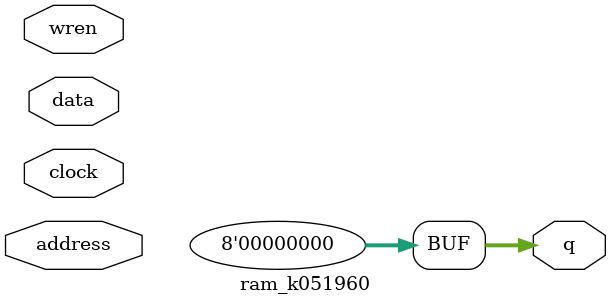
<source format=v>
module ram_k051960(	// file.cleaned.mlir:2:3
  input  [6:0] address,	// file.cleaned.mlir:2:29
  input        clock,	// file.cleaned.mlir:2:47
  input  [7:0] data,	// file.cleaned.mlir:2:63
  input        wren,	// file.cleaned.mlir:2:78
  output [7:0] q	// file.cleaned.mlir:2:94
);

  assign q = 8'h0;	// file.cleaned.mlir:3:14, :4:5
endmodule


</source>
